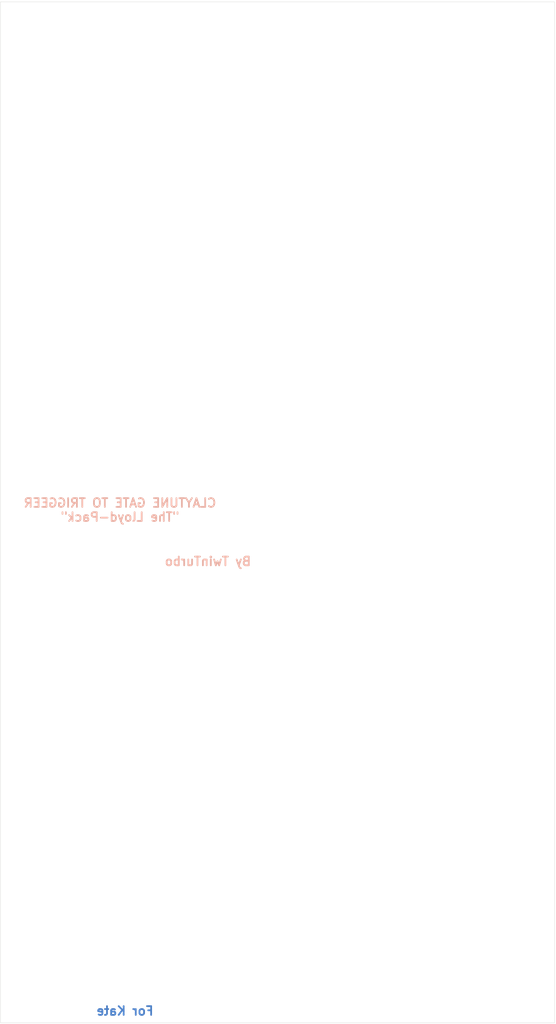
<source format=kicad_pcb>
(kicad_pcb (version 20171130) (host pcbnew "(5.1.7)-1")

  (general
    (thickness 1.6)
    (drawings 10)
    (tracks 0)
    (zones 0)
    (modules 0)
    (nets 1)
  )

  (page A4)
  (layers
    (0 F.Cu signal)
    (31 B.Cu signal)
    (32 B.Adhes user)
    (33 F.Adhes user)
    (34 B.Paste user)
    (35 F.Paste user)
    (36 B.SilkS user)
    (37 F.SilkS user)
    (38 B.Mask user)
    (39 F.Mask user)
    (40 Dwgs.User user)
    (41 Cmts.User user)
    (42 Eco1.User user)
    (43 Eco2.User user)
    (44 Edge.Cuts user)
    (45 Margin user)
    (46 B.CrtYd user)
    (47 F.CrtYd user)
    (48 B.Fab user)
    (49 F.Fab user)
  )

  (setup
    (last_trace_width 0.25)
    (trace_clearance 0.2)
    (zone_clearance 0.508)
    (zone_45_only no)
    (trace_min 0.2)
    (via_size 0.8)
    (via_drill 0.4)
    (via_min_size 0.4)
    (via_min_drill 0.3)
    (uvia_size 0.3)
    (uvia_drill 0.1)
    (uvias_allowed no)
    (uvia_min_size 0.2)
    (uvia_min_drill 0.1)
    (edge_width 0.05)
    (segment_width 0.2)
    (pcb_text_width 0.3)
    (pcb_text_size 1.5 1.5)
    (mod_edge_width 0.12)
    (mod_text_size 1 1)
    (mod_text_width 0.15)
    (pad_size 1.524 1.524)
    (pad_drill 0.762)
    (pad_to_mask_clearance 0)
    (aux_axis_origin 0 0)
    (visible_elements 7FFFFFFF)
    (pcbplotparams
      (layerselection 0x010fc_ffffffff)
      (usegerberextensions false)
      (usegerberattributes true)
      (usegerberadvancedattributes true)
      (creategerberjobfile true)
      (excludeedgelayer true)
      (linewidth 0.100000)
      (plotframeref false)
      (viasonmask false)
      (mode 1)
      (useauxorigin false)
      (hpglpennumber 1)
      (hpglpenspeed 20)
      (hpglpendiameter 15.000000)
      (psnegative false)
      (psa4output false)
      (plotreference true)
      (plotvalue true)
      (plotinvisibletext false)
      (padsonsilk false)
      (subtractmaskfromsilk false)
      (outputformat 1)
      (mirror false)
      (drillshape 1)
      (scaleselection 1)
      (outputdirectory ""))
  )

  (net 0 "")

  (net_class Default "This is the default net class."
    (clearance 0.2)
    (trace_width 0.25)
    (via_dia 0.8)
    (via_drill 0.4)
    (uvia_dia 0.3)
    (uvia_drill 0.1)
  )

  (gr_circle (center 127.31 106.58) (end 132.1 106.44) (layer Dwgs.User) (width 0.15))
  (gr_line (start 79.81 194.03) (end 175 18.78) (layer Dwgs.User) (width 0.15))
  (gr_line (start 79.8 18.99) (end 174.83 194.18) (layer Dwgs.User) (width 0.15))
  (gr_text "By TwinTurbo" (at 115.37 114.93) (layer B.SilkS) (tstamp 5FEDC6C5)
    (effects (font (size 1.5 1.5) (thickness 0.3)) (justify mirror))
  )
  (gr_text "CLAYTUNE GATE TO TRIGGEER\n\"The Lloyd-Pack\"" (at 100.3 106.12) (layer B.SilkS) (tstamp 5FEDC6C4)
    (effects (font (size 1.5 1.5) (thickness 0.3)) (justify mirror))
  )
  (gr_text "For Kate" (at 101.14 191.99) (layer B.Cu) (tstamp 5FEDC6C3)
    (effects (font (size 1.5 1.5) (thickness 0.3)) (justify mirror))
  )
  (gr_line (start 79.8116 19.02604) (end 174.8116 19.02604) (layer Edge.Cuts) (width 0.05) (tstamp 5FEDC6C2))
  (gr_line (start 174.8116 194.02604) (end 174.8116 19.02604) (layer Edge.Cuts) (width 0.05) (tstamp 5FEDC4AF))
  (gr_line (start 79.8116 194.02604) (end 174.8116 194.02604) (layer Edge.Cuts) (width 0.05) (tstamp 5FEDC4AE))
  (gr_line (start 79.8116 19.02604) (end 79.8116 194.02604) (layer Edge.Cuts) (width 0.05) (tstamp 5FEDC4AD))

  (zone (net 0) (net_name "") (layer B.Cu) (tstamp 5FEDC5C4) (hatch edge 0.508)
    (connect_pads (clearance 0.508))
    (min_thickness 0.254)
    (fill (arc_segments 32) (thermal_gap 0.508) (thermal_bridge_width 0.508))
    (polygon
      (pts
        (xy 174.6 193.72966) (xy 79.92316 193.72966) (xy 79.92316 19.30024) (xy 174.54 19.37)
      )
    )
  )
  (zone (net 0) (net_name "") (layer F.Cu) (tstamp 5FEDC5C3) (hatch edge 0.508)
    (connect_pads (clearance 0.508))
    (min_thickness 0.254)
    (fill (arc_segments 32) (thermal_gap 0.508) (thermal_bridge_width 0.508))
    (polygon
      (pts
        (xy 174.53 193.73728) (xy 79.913 193.73728) (xy 79.913 19.3104) (xy 174.68 19.3104)
      )
    )
  )
)

</source>
